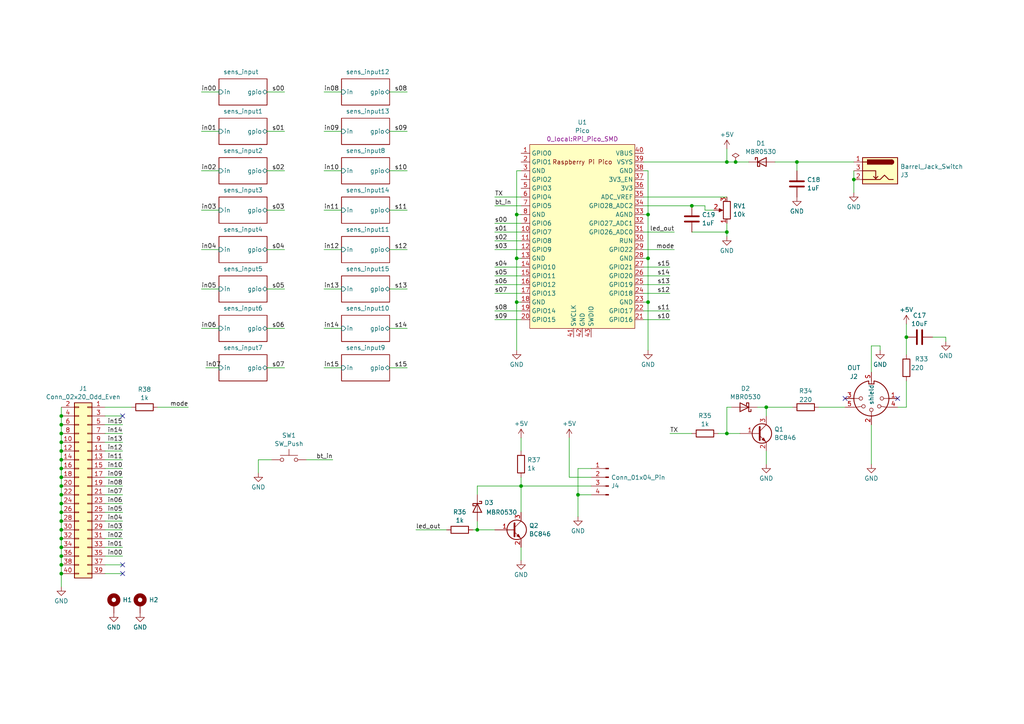
<source format=kicad_sch>
(kicad_sch (version 20230121) (generator eeschema)
  (paper "A4")
  (lib_symbols
    (symbol "0_local:DIN-5_180degree_Shield" (pin_names (offset 1.016))
      (property "Reference" "J" (at 3.175 5.715 0))
      (property "Value" "DIN-5" (at 0.254 -1.778 0))
      (symbol "DIN-5_180degree_Shield_0_1"
        (arc (start -5.08 0) (mid -3.8609 -3.3364) (end -0.762 -5.08) (stroke (width 0.254)))
        (circle (center -3.048 0) (radius 0.508))
        (circle (center -2.286 2.286) (radius 0.508))
        (polyline (pts (xy -5.08 0) (xy -3.556 0)))
        (polyline (pts (xy 0 -5.08) (xy 0 -4.318)))
        (polyline (pts (xy 0 5.08) (xy 0 3.81)))
        (polyline (pts (xy 5.08 0) (xy 3.556 0)))
        (polyline (pts (xy -5.08 2.54) (xy -4.318 2.54) (xy -2.794 2.286)))
        (polyline (pts (xy 5.08 2.54) (xy 4.318 2.54) (xy 2.794 2.286)))
        (polyline (pts (xy -0.762 -4.953) (xy -0.762 -4.191) (xy 0.762 -4.191) (xy 0.762 -4.953)) (stroke (width 0.254)))
        (circle (center 0 3.302) (radius 0.508))
        (arc (start 0.762 -5.08) (mid 3.8685 -3.343) (end 5.08 0) (stroke (width 0.254)))
        (circle (center 2.286 2.286) (radius 0.508))
        (circle (center 3.048 0) (radius 0.508))
        (arc (start 5.08 0) (mid 0 5.0579) (end -5.08 0) (stroke (width 0.254)))
      )
      (symbol "DIN-5_180degree_Shield_1_0"
        (pin passive line (at 0 -7.62 90) (length 2.54) (name "shield") (number "S"))
      )
      (symbol "DIN-5_180degree_Shield_1_1"
        (pin passive line (at -7.62 0 0) (length 2.54) (name "~") (number "1"))
        (pin passive line (at 0 7.62 270) (length 2.54) (name "~") (number "2"))
        (pin passive line (at 7.62 0 180) (length 2.54) (name "~") (number "3"))
        (pin passive line (at -7.62 2.54 0) (length 2.54) (name "~") (number "4"))
        (pin passive line (at 7.62 2.54 180) (length 2.54) (name "~") (number "5"))
      )
    )
    (symbol "0_local:Pico"
      (property "Reference" "U" (at -13.97 27.94 0))
      (property "Value" "Pico" (at 0 19.05 0))
      (property "Footprint" "0_local:RPi_Pico_SMD_TH" (at 0 0 90))
      (symbol "Pico_0_0"
        (text "Raspberry Pi Pico" (at 0 21.59 0) (effects (font (size 1.27 1.27))))
      )
      (symbol "Pico_0_1"
        (rectangle (start -15.24 26.67) (end 15.24 -26.67) (fill (type background)))
      )
      (symbol "Pico_1_1"
        (pin bidirectional line (at -17.78 24.13 0) (length 2.54) (name "GPIO0") (number "1"))
        (pin bidirectional line (at -17.78 1.27 0) (length 2.54) (name "GPIO7") (number "10"))
        (pin bidirectional line (at -17.78 -1.27 0) (length 2.54) (name "GPIO8") (number "11"))
        (pin bidirectional line (at -17.78 -3.81 0) (length 2.54) (name "GPIO9") (number "12"))
        (pin power_in line (at -17.78 -6.35 0) (length 2.54) (name "GND") (number "13"))
        (pin bidirectional line (at -17.78 -8.89 0) (length 2.54) (name "GPIO10") (number "14"))
        (pin bidirectional line (at -17.78 -11.43 0) (length 2.54) (name "GPIO11") (number "15"))
        (pin bidirectional line (at -17.78 -13.97 0) (length 2.54) (name "GPIO12") (number "16"))
        (pin bidirectional line (at -17.78 -16.51 0) (length 2.54) (name "GPIO13") (number "17"))
        (pin power_in line (at -17.78 -19.05 0) (length 2.54) (name "GND") (number "18"))
        (pin bidirectional line (at -17.78 -21.59 0) (length 2.54) (name "GPIO14") (number "19"))
        (pin bidirectional line (at -17.78 21.59 0) (length 2.54) (name "GPIO1") (number "2"))
        (pin bidirectional line (at -17.78 -24.13 0) (length 2.54) (name "GPIO15") (number "20"))
        (pin bidirectional line (at 17.78 -24.13 180) (length 2.54) (name "GPIO16") (number "21"))
        (pin bidirectional line (at 17.78 -21.59 180) (length 2.54) (name "GPIO17") (number "22"))
        (pin power_in line (at 17.78 -19.05 180) (length 2.54) (name "GND") (number "23"))
        (pin bidirectional line (at 17.78 -16.51 180) (length 2.54) (name "GPIO18") (number "24"))
        (pin bidirectional line (at 17.78 -13.97 180) (length 2.54) (name "GPIO19") (number "25"))
        (pin bidirectional line (at 17.78 -11.43 180) (length 2.54) (name "GPIO20") (number "26"))
        (pin bidirectional line (at 17.78 -8.89 180) (length 2.54) (name "GPIO21") (number "27"))
        (pin power_in line (at 17.78 -6.35 180) (length 2.54) (name "GND") (number "28"))
        (pin bidirectional line (at 17.78 -3.81 180) (length 2.54) (name "GPIO22") (number "29"))
        (pin power_in line (at -17.78 19.05 0) (length 2.54) (name "GND") (number "3"))
        (pin input line (at 17.78 -1.27 180) (length 2.54) (name "RUN") (number "30"))
        (pin bidirectional line (at 17.78 1.27 180) (length 2.54) (name "GPIO26_ADC0") (number "31"))
        (pin bidirectional line (at 17.78 3.81 180) (length 2.54) (name "GPIO27_ADC1") (number "32"))
        (pin power_in line (at 17.78 6.35 180) (length 2.54) (name "AGND") (number "33"))
        (pin bidirectional line (at 17.78 8.89 180) (length 2.54) (name "GPIO28_ADC2") (number "34"))
        (pin power_in line (at 17.78 11.43 180) (length 2.54) (name "ADC_VREF") (number "35"))
        (pin power_in line (at 17.78 13.97 180) (length 2.54) (name "3V3") (number "36"))
        (pin input line (at 17.78 16.51 180) (length 2.54) (name "3V3_EN") (number "37"))
        (pin bidirectional line (at 17.78 19.05 180) (length 2.54) (name "GND") (number "38"))
        (pin power_in line (at 17.78 21.59 180) (length 2.54) (name "VSYS") (number "39"))
        (pin bidirectional line (at -17.78 16.51 0) (length 2.54) (name "GPIO2") (number "4"))
        (pin power_in line (at 17.78 24.13 180) (length 2.54) (name "VBUS") (number "40"))
        (pin input line (at -2.54 -29.21 90) (length 2.54) (name "SWCLK") (number "41"))
        (pin power_in line (at 0 -29.21 90) (length 2.54) (name "GND") (number "42"))
        (pin bidirectional line (at 2.54 -29.21 90) (length 2.54) (name "SWDIO") (number "43"))
        (pin bidirectional line (at -17.78 13.97 0) (length 2.54) (name "GPIO3") (number "5"))
        (pin bidirectional line (at -17.78 11.43 0) (length 2.54) (name "GPIO4") (number "6"))
        (pin bidirectional line (at -17.78 8.89 0) (length 2.54) (name "GPIO5") (number "7"))
        (pin power_in line (at -17.78 6.35 0) (length 2.54) (name "GND") (number "8"))
        (pin bidirectional line (at -17.78 3.81 0) (length 2.54) (name "GPIO6") (number "9"))
      )
    )
    (symbol "Connector:Barrel_Jack_Switch" (pin_names hide)
      (property "Reference" "J" (at 0 5.334 0))
      (property "Value" "Barrel_Jack_Switch" (at 0 -5.08 0))
      (symbol "Barrel_Jack_Switch_0_1"
        (rectangle (start -5.08 3.81) (end 5.08 -3.81) (stroke (width 0.254)) (fill (type background)))
        (arc (start -3.302 3.175) (mid -3.9343 2.54) (end -3.302 1.905) (stroke (width 0.254)))
        (arc (start -3.302 3.175) (mid -3.9343 2.54) (end -3.302 1.905) (stroke (width 0.254)) (fill (type outline)))
        (polyline (pts (xy 1.27 -2.286) (xy 1.905 -1.651)) (stroke (width 0.254)))
        (polyline (pts (xy 5.08 2.54) (xy 3.81 2.54)) (stroke (width 0.254)))
        (polyline (pts (xy 5.08 0) (xy 1.27 0) (xy 1.27 -2.286) (xy 0.635 -1.651)) (stroke (width 0.254)))
        (polyline (pts (xy -3.81 -2.54) (xy -2.54 -2.54) (xy -1.27 -1.27) (xy 0 -2.54) (xy 2.54 -2.54) (xy 5.08 -2.54)) (stroke (width 0.254)))
        (rectangle (start 3.683 3.175) (end -3.302 1.905) (stroke (width 0.254)) (fill (type outline)))
      )
      (symbol "Barrel_Jack_Switch_1_1"
        (pin passive line (at 7.62 2.54 180) (length 2.54) (name "~") (number "1"))
        (pin passive line (at 7.62 -2.54 180) (length 2.54) (name "~") (number "2"))
        (pin passive line (at 7.62 0 180) (length 2.54) (name "~") (number "3"))
      )
    )
    (symbol "Connector:Conn_01x04_Pin" (pin_names (offset 1.016) hide)
      (property "Reference" "J" (at 0 5.08 0))
      (property "Value" "Conn_01x04_Pin" (at 0 -7.62 0))
      (symbol "Conn_01x04_Pin_1_1"
        (polyline (pts (xy 1.27 -5.08) (xy 0.8636 -5.08)) (stroke (width 0.1524)))
        (polyline (pts (xy 1.27 -2.54) (xy 0.8636 -2.54)) (stroke (width 0.1524)))
        (polyline (pts (xy 1.27 0) (xy 0.8636 0)) (stroke (width 0.1524)))
        (polyline (pts (xy 1.27 2.54) (xy 0.8636 2.54)) (stroke (width 0.1524)))
        (rectangle (start 0.8636 -4.953) (end 0 -5.207) (stroke (width 0.1524)) (fill (type outline)))
        (rectangle (start 0.8636 -2.413) (end 0 -2.667) (stroke (width 0.1524)) (fill (type outline)))
        (rectangle (start 0.8636 0.127) (end 0 -0.127) (stroke (width 0.1524)) (fill (type outline)))
        (rectangle (start 0.8636 2.667) (end 0 2.413) (stroke (width 0.1524)) (fill (type outline)))
        (pin passive line (at 5.08 2.54 180) (length 3.81) (name "Pin_1") (number "1"))
        (pin passive line (at 5.08 0 180) (length 3.81) (name "Pin_2") (number "2"))
        (pin passive line (at 5.08 -2.54 180) (length 3.81) (name "Pin_3") (number "3"))
        (pin passive line (at 5.08 -5.08 180) (length 3.81) (name "Pin_4") (number "4"))
      )
    )
    (symbol "Connector_Generic:Conn_02x20_Odd_Even" (pin_names (offset 1.016) hide)
      (property "Reference" "J" (at 1.27 25.4 0))
      (property "Value" "Conn_02x20_Odd_Even" (at 1.27 -27.94 0))
      (symbol "Conn_02x20_Odd_Even_1_1"
        (rectangle (start -1.27 -25.273) (end 0 -25.527) (stroke (width 0.1524)))
        (rectangle (start -1.27 -22.733) (end 0 -22.987) (stroke (width 0.1524)))
        (rectangle (start -1.27 -20.193) (end 0 -20.447) (stroke (width 0.1524)))
        (rectangle (start -1.27 -17.653) (end 0 -17.907) (stroke (width 0.1524)))
        (rectangle (start -1.27 -15.113) (end 0 -15.367) (stroke (width 0.1524)))
        (rectangle (start -1.27 -12.573) (end 0 -12.827) (stroke (width 0.1524)))
        (rectangle (start -1.27 -10.033) (end 0 -10.287) (stroke (width 0.1524)))
        (rectangle (start -1.27 -7.493) (end 0 -7.747) (stroke (width 0.1524)))
        (rectangle (start -1.27 -4.953) (end 0 -5.207) (stroke (width 0.1524)))
        (rectangle (start -1.27 -2.413) (end 0 -2.667) (stroke (width 0.1524)))
        (rectangle (start -1.27 0.127) (end 0 -0.127) (stroke (width 0.1524)))
        (rectangle (start -1.27 2.667) (end 0 2.413) (stroke (width 0.1524)))
        (rectangle (start -1.27 5.207) (end 0 4.953) (stroke (width 0.1524)))
        (rectangle (start -1.27 7.747) (end 0 7.493) (stroke (width 0.1524)))
        (rectangle (start -1.27 10.287) (end 0 10.033) (stroke (width 0.1524)))
        (rectangle (start -1.27 12.827) (end 0 12.573) (stroke (width 0.1524)))
        (rectangle (start -1.27 15.367) (end 0 15.113) (stroke (width 0.1524)))
        (rectangle (start -1.27 17.907) (end 0 17.653) (stroke (width 0.1524)))
        (rectangle (start -1.27 20.447) (end 0 20.193) (stroke (width 0.1524)))
        (rectangle (start -1.27 22.987) (end 0 22.733) (stroke (width 0.1524)))
        (rectangle (start -1.27 24.13) (end 3.81 -26.67) (stroke (width 0.254)) (fill (type background)))
        (rectangle (start 3.81 -25.273) (end 2.54 -25.527) (stroke (width 0.1524)))
        (rectangle (start 3.81 -22.733) (end 2.54 -22.987) (stroke (width 0.1524)))
        (rectangle (start 3.81 -20.193) (end 2.54 -20.447) (stroke (width 0.1524)))
        (rectangle (start 3.81 -17.653) (end 2.54 -17.907) (stroke (width 0.1524)))
        (rectangle (start 3.81 -15.113) (end 2.54 -15.367) (stroke (width 0.1524)))
        (rectangle (start 3.81 -12.573) (end 2.54 -12.827) (stroke (width 0.1524)))
        (rectangle (start 3.81 -10.033) (end 2.54 -10.287) (stroke (width 0.1524)))
        (rectangle (start 3.81 -7.493) (end 2.54 -7.747) (stroke (width 0.1524)))
        (rectangle (start 3.81 -4.953) (end 2.54 -5.207) (stroke (width 0.1524)))
        (rectangle (start 3.81 -2.413) (end 2.54 -2.667) (stroke (width 0.1524)))
        (rectangle (start 3.81 0.127) (end 2.54 -0.127) (stroke (width 0.1524)))
        (rectangle (start 3.81 2.667) (end 2.54 2.413) (stroke (width 0.1524)))
        (rectangle (start 3.81 5.207) (end 2.54 4.953) (stroke (width 0.1524)))
        (rectangle (start 3.81 7.747) (end 2.54 7.493) (stroke (width 0.1524)))
        (rectangle (start 3.81 10.287) (end 2.54 10.033) (stroke (width 0.1524)))
        (rectangle (start 3.81 12.827) (end 2.54 12.573) (stroke (width 0.1524)))
        (rectangle (start 3.81 15.367) (end 2.54 15.113) (stroke (width 0.1524)))
        (rectangle (start 3.81 17.907) (end 2.54 17.653) (stroke (width 0.1524)))
        (rectangle (start 3.81 20.447) (end 2.54 20.193) (stroke (width 0.1524)))
        (rectangle (start 3.81 22.987) (end 2.54 22.733) (stroke (width 0.1524)))
        (pin passive line (at -5.08 22.86 0) (length 3.81) (name "Pin_1") (number "1"))
        (pin passive line (at 7.62 12.7 180) (length 3.81) (name "Pin_10") (number "10"))
        (pin passive line (at -5.08 10.16 0) (length 3.81) (name "Pin_11") (number "11"))
        (pin passive line (at 7.62 10.16 180) (length 3.81) (name "Pin_12") (number "12"))
        (pin passive line (at -5.08 7.62 0) (length 3.81) (name "Pin_13") (number "13"))
        (pin passive line (at 7.62 7.62 180) (length 3.81) (name "Pin_14") (number "14"))
        (pin passive line (at -5.08 5.08 0) (length 3.81) (name "Pin_15") (number "15"))
        (pin passive line (at 7.62 5.08 180) (length 3.81) (name "Pin_16") (number "16"))
        (pin passive line (at -5.08 2.54 0) (length 3.81) (name "Pin_17") (number "17"))
        (pin passive line (at 7.62 2.54 180) (length 3.81) (name "Pin_18") (number "18"))
        (pin passive line (at -5.08 0 0) (length 3.81) (name "Pin_19") (number "19"))
        (pin passive line (at 7.62 22.86 180) (length 3.81) (name "Pin_2") (number "2"))
        (pin passive line (at 7.62 0 180) (length 3.81) (name "Pin_20") (number "20"))
        (pin passive line (at -5.08 -2.54 0) (length 3.81) (name "Pin_21") (number "21"))
        (pin passive line (at 7.62 -2.54 180) (length 3.81) (name "Pin_22") (number "22"))
        (pin passive line (at -5.08 -5.08 0) (length 3.81) (name "Pin_23") (number "23"))
        (pin passive line (at 7.62 -5.08 180) (length 3.81) (name "Pin_24") (number "24"))
        (pin passive line (at -5.08 -7.62 0) (length 3.81) (name "Pin_25") (number "25"))
        (pin passive line (at 7.62 -7.62 180) (length 3.81) (name "Pin_26") (number "26"))
        (pin passive line (at -5.08 -10.16 0) (length 3.81) (name "Pin_27") (number "27"))
        (pin passive line (at 7.62 -10.16 180) (length 3.81) (name "Pin_28") (number "28"))
        (pin passive line (at -5.08 -12.7 0) (length 3.81) (name "Pin_29") (number "29"))
        (pin passive line (at -5.08 20.32 0) (length 3.81) (name "Pin_3") (number "3"))
        (pin passive line (at 7.62 -12.7 180) (length 3.81) (name "Pin_30") (number "30"))
        (pin passive line (at -5.08 -15.24 0) (length 3.81) (name "Pin_31") (number "31"))
        (pin passive line (at 7.62 -15.24 180) (length 3.81) (name "Pin_32") (number "32"))
        (pin passive line (at -5.08 -17.78 0) (length 3.81) (name "Pin_33") (number "33"))
        (pin passive line (at 7.62 -17.78 180) (length 3.81) (name "Pin_34") (number "34"))
        (pin passive line (at -5.08 -20.32 0) (length 3.81) (name "Pin_35") (number "35"))
        (pin passive line (at 7.62 -20.32 180) (length 3.81) (name "Pin_36") (number "36"))
        (pin passive line (at -5.08 -22.86 0) (length 3.81) (name "Pin_37") (number "37"))
        (pin passive line (at 7.62 -22.86 180) (length 3.81) (name "Pin_38") (number "38"))
        (pin passive line (at -5.08 -25.4 0) (length 3.81) (name "Pin_39") (number "39"))
        (pin passive line (at 7.62 20.32 180) (length 3.81) (name "Pin_4") (number "4"))
        (pin passive line (at 7.62 -25.4 180) (length 3.81) (name "Pin_40") (number "40"))
        (pin passive line (at -5.08 17.78 0) (length 3.81) (name "Pin_5") (number "5"))
        (pin passive line (at 7.62 17.78 180) (length 3.81) (name "Pin_6") (number "6"))
        (pin passive line (at -5.08 15.24 0) (length 3.81) (name "Pin_7") (number "7"))
        (pin passive line (at 7.62 15.24 180) (length 3.81) (name "Pin_8") (number "8"))
        (pin passive line (at -5.08 12.7 0) (length 3.81) (name "Pin_9") (number "9"))
      )
    )
    (symbol "Device:C" (pin_numbers hide) (pin_names (offset 0.254))
      (property "Reference" "C" (at 0.635 2.54 0))
      (property "Value" "C" (at 0.635 -2.54 0))
      (symbol "C_0_1"
        (polyline (pts (xy -2.032 -0.762) (xy 2.032 -0.762)) (stroke (width 0.508)))
        (polyline (pts (xy -2.032 0.762) (xy 2.032 0.762)) (stroke (width 0.508)))
      )
      (symbol "C_1_1"
        (pin passive line (at 0 3.81 270) (length 2.794) (name "~") (number "1"))
        (pin passive line (at 0 -3.81 90) (length 2.794) (name "~") (number "2"))
      )
    )
    (symbol "Device:R" (pin_numbers hide) (pin_names (offset 0))
      (property "Reference" "R" (at 2.032 0 90))
      (property "Value" "R" (at 0 0 90))
      (symbol "R_0_1"
        (rectangle (start -1.016 -2.54) (end 1.016 2.54) (stroke (width 0.254)))
      )
      (symbol "R_1_1"
        (pin passive line (at 0 3.81 270) (length 1.27) (name "~") (number "1"))
        (pin passive line (at 0 -3.81 90) (length 1.27) (name "~") (number "2"))
      )
    )
    (symbol "Device:R_Potentiometer" (pin_names (offset 1.016) hide)
      (property "Reference" "RV" (at -4.445 0 90))
      (property "Value" "R_Potentiometer" (at -2.54 0 90))
      (symbol "R_Potentiometer_0_1"
        (polyline (pts (xy 2.54 0) (xy 1.524 0)))
        (polyline (pts (xy 1.143 0) (xy 2.286 0.508) (xy 2.286 -0.508) (xy 1.143 0)) (fill (type outline)))
        (rectangle (start 1.016 2.54) (end -1.016 -2.54) (stroke (width 0.254)))
      )
      (symbol "R_Potentiometer_1_1"
        (pin passive line (at 0 3.81 270) (length 1.27) (name "1") (number "1"))
        (pin passive line (at 3.81 0 180) (length 1.27) (name "2") (number "2"))
        (pin passive line (at 0 -3.81 90) (length 1.27) (name "3") (number "3"))
      )
    )
    (symbol "Diode:MBR0530" (pin_numbers hide) (pin_names (offset 1.016) hide)
      (property "Reference" "D" (at 0 2.54 0))
      (property "Value" "MBR0530" (at 0 -2.54 0))
      (symbol "MBR0530_0_1"
        (polyline (pts (xy 1.27 0) (xy -1.27 0)))
        (polyline (pts (xy 1.27 1.27) (xy 1.27 -1.27) (xy -1.27 0) (xy 1.27 1.27)) (stroke (width 0.254)))
        (polyline (pts (xy -1.905 0.635) (xy -1.905 1.27) (xy -1.27 1.27) (xy -1.27 -1.27) (xy -0.635 -1.27) (xy -0.635 -0.635)) (stroke (width 0.254)))
      )
      (symbol "MBR0530_1_1"
        (pin passive line (at -3.81 0 0) (length 2.54) (name "K") (number "1"))
        (pin passive line (at 3.81 0 180) (length 2.54) (name "A") (number "2"))
      )
    )
    (symbol "Mechanical:MountingHole_Pad" (pin_numbers hide) (pin_names (offset 1.016) hide)
      (property "Reference" "H" (at 0 6.35 0))
      (property "Value" "MountingHole_Pad" (at 0 4.445 0))
      (symbol "MountingHole_Pad_0_1"
        (circle (center 0 1.27) (radius 1.27) (stroke (width 1.27)))
      )
      (symbol "MountingHole_Pad_1_1"
        (pin input line (at 0 -2.54 90) (length 2.54) (name "1") (number "1"))
      )
    )
    (symbol "Switch:SW_Push" (pin_numbers hide) (pin_names (offset 1.016) hide)
      (property "Reference" "SW" (at 1.27 2.54 0))
      (property "Value" "SW_Push" (at 0 -1.524 0))
      (symbol "SW_Push_0_1"
        (circle (center -2.032 0) (radius 0.508))
        (polyline (pts (xy 0 1.27) (xy 0 3.048)))
        (polyline (pts (xy 2.54 1.27) (xy -2.54 1.27)))
        (circle (center 2.032 0) (radius 0.508))
        (pin passive line (at -5.08 0 0) (length 2.54) (name "1") (number "1"))
        (pin passive line (at 5.08 0 180) (length 2.54) (name "2") (number "2"))
      )
    )
    (symbol "Transistor_BJT:BC846" (pin_names (offset 0) hide)
      (property "Reference" "Q" (at 5.08 1.905 0))
      (property "Value" "BC846" (at 5.08 0 0))
      (symbol "BC846_0_1"
        (polyline (pts (xy 0.635 0.635) (xy 2.54 2.54)))
        (polyline (pts (xy 0.635 -0.635) (xy 2.54 -2.54) (xy 2.54 -2.54)))
        (polyline (pts (xy 0.635 1.905) (xy 0.635 -1.905) (xy 0.635 -1.905)) (stroke (width 0.508)))
        (polyline (pts (xy 1.27 -1.778) (xy 1.778 -1.27) (xy 2.286 -2.286) (xy 1.27 -1.778) (xy 1.27 -1.778)) (fill (type outline)))
        (circle (center 1.27 0) (radius 2.8194) (stroke (width 0.254)))
      )
      (symbol "BC846_1_1"
        (pin input line (at -5.08 0 0) (length 5.715) (name "B") (number "1"))
        (pin passive line (at 2.54 -5.08 90) (length 2.54) (name "E") (number "2"))
        (pin passive line (at 2.54 5.08 270) (length 2.54) (name "C") (number "3"))
      )
    )
    (symbol "power:+5V" (power) (pin_names (offset 0))
      (property "Value" "+5V" (at 0 3.556 0))
      (symbol "+5V_0_1"
        (polyline (pts (xy -0.762 1.27) (xy 0 2.54)))
        (polyline (pts (xy 0 0) (xy 0 2.54)))
        (polyline (pts (xy 0 2.54) (xy 0.762 1.27)))
      )
      (symbol "+5V_1_1"
        (pin power_in line (at 0 0 90) (length 0) hide (name "+5V") (number "1"))
      )
    )
    (symbol "power:GND" (power) (pin_names (offset 0))
      (property "Value" "GND" (at 0 -3.81 0))
      (symbol "GND_0_1"
        (polyline (pts (xy 0 0) (xy 0 -1.27) (xy 1.27 -1.27) (xy 0 -2.54) (xy -1.27 -1.27) (xy 0 -1.27)))
      )
      (symbol "GND_1_1"
        (pin power_in line (at 0 0 270) (length 0) hide (name "GND") (number "1"))
      )
    )
    (symbol "power:PWR_FLAG" (power) (pin_numbers hide) (pin_names (offset 0) hide)
      (property "Value" "PWR_FLAG" (at 0 3.81 0))
      (symbol "PWR_FLAG_0_0"
        (pin power_out line (at 0 0 90) (length 0) (name "pwr") (number "1"))
      )
      (symbol "PWR_FLAG_0_1"
        (polyline (pts (xy 0 0) (xy 0 1.27) (xy -1.016 1.905) (xy 0 2.54) (xy 1.016 1.905) (xy 0 1.27)))
      )
    )
  )
  (junction (at 17.78 151.13))
  (junction (at 17.78 130.81))
  (junction (at 247.65 52.07))
  (junction (at 17.78 153.67))
  (junction (at 17.78 146.05))
  (junction (at 187.96 74.93))
  (junction (at 187.96 87.63))
  (junction (at 210.82 67.31))
  (junction (at 231.14 46.99))
  (junction (at 17.78 120.65))
  (junction (at 17.78 140.97))
  (junction (at 167.64 143.51))
  (junction (at 17.78 143.51))
  (junction (at 17.78 166.37))
  (junction (at 151.13 140.97))
  (junction (at 17.78 135.89))
  (junction (at 17.78 123.19))
  (junction (at 149.86 62.23))
  (junction (at 213.36 46.99))
  (junction (at 17.78 128.27))
  (junction (at 149.86 74.93))
  (junction (at 17.78 125.73))
  (junction (at 138.43 153.67))
  (junction (at 17.78 148.59))
  (junction (at 210.82 125.73))
  (junction (at 17.78 156.21))
  (junction (at 17.78 158.75))
  (junction (at 149.86 87.63))
  (junction (at 17.78 163.83))
  (junction (at 187.96 62.23))
  (junction (at 200.66 59.69))
  (junction (at 17.78 161.29))
  (junction (at 262.89 97.79))
  (junction (at 17.78 138.43))
  (junction (at 17.78 133.35))
  (junction (at 210.82 46.99))
  (junction (at 222.25 118.11))
  (no_connect (at 35.56 163.83))
  (no_connect (at 35.56 120.65))
  (no_connect (at 35.56 166.37))
  (no_connect (at 245.11 115.57))
  (no_connect (at 260.35 115.57))
  (wire (pts (xy 194.31 80.01) (xy 186.69 80.01)))
  (wire (pts (xy 194.31 125.73) (xy 200.66 125.73)))
  (wire (pts (xy 252.73 100.33) (xy 252.73 107.95)))
  (wire (pts (xy 151.13 158.75) (xy 151.13 162.56)))
  (wire (pts (xy 187.96 87.63) (xy 187.96 101.6)))
  (wire (pts (xy 17.78 156.21) (xy 17.78 158.75)))
  (wire (pts (xy 17.78 118.11) (xy 17.78 120.65)))
  (wire (pts (xy 143.51 92.71) (xy 151.13 92.71)))
  (wire (pts (xy 224.79 46.99) (xy 231.14 46.99)))
  (wire (pts (xy 120.65 153.67) (xy 129.54 153.67)))
  (wire (pts (xy 149.86 74.93) (xy 151.13 74.93)))
  (wire (pts (xy 210.82 43.18) (xy 210.82 46.99)))
  (wire (pts (xy 113.03 106.68) (xy 118.11 106.68)))
  (wire (pts (xy 212.09 118.11) (xy 210.82 118.11)))
  (wire (pts (xy 17.78 163.83) (xy 17.78 166.37)))
  (wire (pts (xy 186.69 67.31) (xy 195.58 67.31)))
  (wire (pts (xy 262.89 110.49) (xy 262.89 118.11)))
  (wire (pts (xy 138.43 153.67) (xy 143.51 153.67)))
  (wire (pts (xy 247.65 52.07) (xy 247.65 55.88)))
  (wire (pts (xy 17.78 151.13) (xy 17.78 153.67)))
  (wire (pts (xy 113.03 72.39) (xy 118.11 72.39)))
  (wire (pts (xy 151.13 49.53) (xy 149.86 49.53)))
  (wire (pts (xy 17.78 130.81) (xy 17.78 133.35)))
  (wire (pts (xy 17.78 138.43) (xy 17.78 140.97)))
  (wire (pts (xy 187.96 49.53) (xy 187.96 62.23)))
  (wire (pts (xy 30.48 135.89) (xy 35.56 135.89)))
  (wire (pts (xy 143.51 82.55) (xy 151.13 82.55)))
  (wire (pts (xy 204.47 59.69) (xy 200.66 59.69)))
  (wire (pts (xy 213.36 46.99) (xy 217.17 46.99)))
  (wire (pts (xy 143.51 59.69) (xy 151.13 59.69)))
  (wire (pts (xy 113.03 49.53) (xy 118.11 49.53)))
  (wire (pts (xy 194.31 92.71) (xy 186.69 92.71)))
  (wire (pts (xy 194.31 82.55) (xy 186.69 82.55)))
  (wire (pts (xy 45.72 118.11) (xy 54.61 118.11)))
  (wire (pts (xy 200.66 67.31) (xy 210.82 67.31)))
  (wire (pts (xy 186.69 49.53) (xy 187.96 49.53)))
  (wire (pts (xy 255.27 100.33) (xy 255.27 101.6)))
  (wire (pts (xy 88.9 133.35) (xy 96.52 133.35)))
  (wire (pts (xy 204.47 60.96) (xy 204.47 59.69)))
  (wire (pts (xy 30.48 118.11) (xy 38.1 118.11)))
  (wire (pts (xy 77.47 26.67) (xy 82.55 26.67)))
  (wire (pts (xy 30.48 156.21) (xy 35.56 156.21)))
  (wire (pts (xy 186.69 62.23) (xy 187.96 62.23)))
  (wire (pts (xy 260.35 118.11) (xy 262.89 118.11)))
  (wire (pts (xy 143.51 69.85) (xy 151.13 69.85)))
  (wire (pts (xy 78.74 133.35) (xy 74.93 133.35)))
  (wire (pts (xy 137.16 153.67) (xy 138.43 153.67)))
  (wire (pts (xy 30.48 158.75) (xy 35.56 158.75)))
  (wire (pts (xy 149.86 74.93) (xy 149.86 87.63)))
  (wire (pts (xy 17.78 166.37) (xy 17.78 170.18)))
  (wire (pts (xy 17.78 153.67) (xy 17.78 156.21)))
  (wire (pts (xy 77.47 38.1) (xy 82.55 38.1)))
  (wire (pts (xy 143.51 67.31) (xy 151.13 67.31)))
  (wire (pts (xy 17.78 158.75) (xy 17.78 161.29)))
  (wire (pts (xy 30.48 125.73) (xy 35.56 125.73)))
  (wire (pts (xy 30.48 163.83) (xy 35.56 163.83)))
  (wire (pts (xy 187.96 74.93) (xy 187.96 87.63)))
  (wire (pts (xy 17.78 125.73) (xy 17.78 128.27)))
  (wire (pts (xy 222.25 118.11) (xy 222.25 120.65)))
  (wire (pts (xy 17.78 148.59) (xy 17.78 151.13)))
  (wire (pts (xy 17.78 161.29) (xy 17.78 163.83)))
  (wire (pts (xy 17.78 146.05) (xy 17.78 148.59)))
  (wire (pts (xy 77.47 83.82) (xy 82.55 83.82)))
  (wire (pts (xy 186.69 74.93) (xy 187.96 74.93)))
  (wire (pts (xy 113.03 38.1) (xy 118.11 38.1)))
  (wire (pts (xy 149.86 87.63) (xy 151.13 87.63)))
  (wire (pts (xy 138.43 143.51) (xy 138.43 140.97)))
  (wire (pts (xy 99.06 106.68) (xy 93.98 106.68)))
  (wire (pts (xy 138.43 151.13) (xy 138.43 153.67)))
  (wire (pts (xy 186.69 46.99) (xy 210.82 46.99)))
  (wire (pts (xy 30.48 161.29) (xy 35.56 161.29)))
  (wire (pts (xy 247.65 49.53) (xy 247.65 52.07)))
  (wire (pts (xy 17.78 123.19) (xy 17.78 125.73)))
  (wire (pts (xy 113.03 95.25) (xy 118.11 95.25)))
  (wire (pts (xy 165.1 138.43) (xy 165.1 127)))
  (wire (pts (xy 210.82 125.73) (xy 214.63 125.73)))
  (wire (pts (xy 30.48 130.81) (xy 35.56 130.81)))
  (wire (pts (xy 149.86 62.23) (xy 149.86 74.93)))
  (wire (pts (xy 63.5 26.67) (xy 58.42 26.67)))
  (wire (pts (xy 231.14 46.99) (xy 231.14 49.53)))
  (wire (pts (xy 229.87 118.11) (xy 222.25 118.11)))
  (wire (pts (xy 77.47 106.68) (xy 82.55 106.68)))
  (wire (pts (xy 30.48 143.51) (xy 35.56 143.51)))
  (wire (pts (xy 17.78 135.89) (xy 17.78 138.43)))
  (wire (pts (xy 77.47 60.96) (xy 82.55 60.96)))
  (wire (pts (xy 222.25 130.81) (xy 222.25 134.62)))
  (wire (pts (xy 252.73 100.33) (xy 255.27 100.33)))
  (wire (pts (xy 210.82 67.31) (xy 210.82 68.58)))
  (wire (pts (xy 237.49 118.11) (xy 245.11 118.11)))
  (wire (pts (xy 30.48 151.13) (xy 35.56 151.13)))
  (wire (pts (xy 143.51 80.01) (xy 151.13 80.01)))
  (wire (pts (xy 99.06 26.67) (xy 93.98 26.67)))
  (wire (pts (xy 219.71 118.11) (xy 222.25 118.11)))
  (wire (pts (xy 210.82 118.11) (xy 210.82 125.73)))
  (wire (pts (xy 63.5 72.39) (xy 58.42 72.39)))
  (wire (pts (xy 74.93 133.35) (xy 74.93 137.16)))
  (wire (pts (xy 77.47 49.53) (xy 82.55 49.53)))
  (wire (pts (xy 252.73 123.19) (xy 252.73 134.62)))
  (wire (pts (xy 17.78 140.97) (xy 17.78 143.51)))
  (wire (pts (xy 186.69 72.39) (xy 195.58 72.39)))
  (wire (pts (xy 274.32 97.79) (xy 274.32 99.06)))
  (wire (pts (xy 149.86 87.63) (xy 149.86 101.6)))
  (wire (pts (xy 99.06 95.25) (xy 93.98 95.25)))
  (wire (pts (xy 194.31 77.47) (xy 186.69 77.47)))
  (wire (pts (xy 207.01 60.96) (xy 204.47 60.96)))
  (wire (pts (xy 30.48 146.05) (xy 35.56 146.05)))
  (wire (pts (xy 99.06 83.82) (xy 93.98 83.82)))
  (wire (pts (xy 99.06 60.96) (xy 93.98 60.96)))
  (wire (pts (xy 30.48 166.37) (xy 35.56 166.37)))
  (wire (pts (xy 171.45 138.43) (xy 165.1 138.43)))
  (wire (pts (xy 30.48 128.27) (xy 35.56 128.27)))
  (wire (pts (xy 77.47 72.39) (xy 82.55 72.39)))
  (wire (pts (xy 262.89 97.79) (xy 262.89 102.87)))
  (wire (pts (xy 30.48 148.59) (xy 35.56 148.59)))
  (wire (pts (xy 149.86 49.53) (xy 149.86 62.23)))
  (wire (pts (xy 99.06 38.1) (xy 93.98 38.1)))
  (wire (pts (xy 77.47 95.25) (xy 82.55 95.25)))
  (wire (pts (xy 113.03 26.67) (xy 118.11 26.67)))
  (wire (pts (xy 30.48 140.97) (xy 35.56 140.97)))
  (wire (pts (xy 149.86 62.23) (xy 151.13 62.23)))
  (wire (pts (xy 151.13 127) (xy 151.13 130.81)))
  (wire (pts (xy 99.06 49.53) (xy 93.98 49.53)))
  (wire (pts (xy 167.64 143.51) (xy 171.45 143.51)))
  (wire (pts (xy 63.5 95.25) (xy 58.42 95.25)))
  (wire (pts (xy 171.45 135.89) (xy 167.64 135.89)))
  (wire (pts (xy 30.48 153.67) (xy 35.56 153.67)))
  (wire (pts (xy 186.69 57.15) (xy 210.82 57.15)))
  (wire (pts (xy 30.48 120.65) (xy 35.56 120.65)))
  (wire (pts (xy 59.69 106.68) (xy 63.5 106.68)))
  (wire (pts (xy 143.51 85.09) (xy 151.13 85.09)))
  (wire (pts (xy 210.82 67.31) (xy 210.82 64.77)))
  (wire (pts (xy 143.51 57.15) (xy 151.13 57.15)))
  (wire (pts (xy 151.13 140.97) (xy 171.45 140.97)))
  (wire (pts (xy 186.69 87.63) (xy 187.96 87.63)))
  (wire (pts (xy 113.03 83.82) (xy 118.11 83.82)))
  (wire (pts (xy 30.48 138.43) (xy 35.56 138.43)))
  (wire (pts (xy 63.5 49.53) (xy 58.42 49.53)))
  (wire (pts (xy 17.78 120.65) (xy 17.78 123.19)))
  (wire (pts (xy 113.03 60.96) (xy 118.11 60.96)))
  (wire (pts (xy 270.51 97.79) (xy 274.32 97.79)))
  (wire (pts (xy 17.78 128.27) (xy 17.78 130.81)))
  (wire (pts (xy 194.31 85.09) (xy 186.69 85.09)))
  (wire (pts (xy 210.82 46.99) (xy 213.36 46.99)))
  (wire (pts (xy 187.96 62.23) (xy 187.96 74.93)))
  (wire (pts (xy 30.48 133.35) (xy 35.56 133.35)))
  (wire (pts (xy 63.5 38.1) (xy 58.42 38.1)))
  (wire (pts (xy 167.64 135.89) (xy 167.64 143.51)))
  (wire (pts (xy 17.78 133.35) (xy 17.78 135.89)))
  (wire (pts (xy 143.51 72.39) (xy 151.13 72.39)))
  (wire (pts (xy 138.43 140.97) (xy 151.13 140.97)))
  (wire (pts (xy 63.5 60.96) (xy 58.42 60.96)))
  (wire (pts (xy 143.51 77.47) (xy 151.13 77.47)))
  (wire (pts (xy 151.13 140.97) (xy 151.13 148.59)))
  (wire (pts (xy 262.89 93.98) (xy 262.89 97.79)))
  (wire (pts (xy 194.31 90.17) (xy 186.69 90.17)))
  (wire (pts (xy 151.13 138.43) (xy 151.13 140.97)))
  (wire (pts (xy 99.06 72.39) (xy 93.98 72.39)))
  (wire (pts (xy 143.51 90.17) (xy 151.13 90.17)))
  (wire (pts (xy 231.14 46.99) (xy 247.65 46.99)))
  (wire (pts (xy 200.66 59.69) (xy 186.69 59.69)))
  (wire (pts (xy 30.48 123.19) (xy 35.56 123.19)))
  (wire (pts (xy 143.51 64.77) (xy 151.13 64.77)))
  (wire (pts (xy 17.78 143.51) (xy 17.78 146.05)))
  (wire (pts (xy 167.64 143.51) (xy 167.64 149.86)))
  (wire (pts (xy 63.5 83.82) (xy 58.42 83.82)))
  (wire (pts (xy 208.28 125.73) (xy 210.82 125.73)))
  (label "s05" (at 143.51 80.01 0))
  (label "mode" (at 195.58 72.39 180))
  (label "in08" (at 35.56 140.97 180))
  (label "s03" (at 143.51 72.39 0))
  (label "in03" (at 35.56 153.67 180))
  (label "s12" (at 118.11 72.39 180))
  (label "led_out" (at 120.65 153.67 0))
  (label "s01" (at 82.55 38.1 180))
  (label "in05" (at 58.42 83.82 0))
  (label "s15" (at 194.31 77.47 180))
  (label "in04" (at 58.42 72.39 0))
  (label "in03" (at 58.42 60.96 0))
  (label "s07" (at 143.51 85.09 0))
  (label "in04" (at 35.56 151.13 180))
  (label "s14" (at 118.11 95.25 180))
  (label "in07" (at 59.69 106.68 0))
  (label "s08" (at 143.51 90.17 0))
  (label "s14" (at 194.31 80.01 180))
  (label "in06" (at 58.42 95.25 0))
  (label "led_out" (at 195.58 67.31 180))
  (label "in00" (at 35.56 161.29 180))
  (label "s06" (at 82.55 95.25 180))
  (label "s06" (at 143.51 82.55 0))
  (label "in15" (at 35.56 123.19 180))
  (label "mode" (at 54.61 118.11 180))
  (label "s09" (at 143.51 92.71 0))
  (label "in11" (at 93.98 60.96 0))
  (label "in07" (at 35.56 143.51 180))
  (label "in15" (at 93.98 106.68 0))
  (label "in02" (at 35.56 156.21 180))
  (label "in14" (at 93.98 95.25 0))
  (label "in01" (at 35.56 158.75 180))
  (label "s02" (at 143.51 69.85 0))
  (label "bt_in" (at 143.51 59.69 0))
  (label "in13" (at 35.56 128.27 180))
  (label "in05" (at 35.56 148.59 180))
  (label "in08" (at 93.98 26.67 0))
  (label "in11" (at 35.56 133.35 180))
  (label "TX" (at 143.51 57.15 0))
  (label "s03" (at 82.55 60.96 180))
  (label "s01" (at 143.51 67.31 0))
  (label "s11" (at 194.31 90.17 180))
  (label "in00" (at 58.42 26.67 0))
  (label "s13" (at 194.31 82.55 180))
  (label "s09" (at 118.11 38.1 180))
  (label "s02" (at 82.55 49.53 180))
  (label "s13" (at 118.11 83.82 180))
  (label "s15" (at 118.11 106.68 180))
  (label "bt_in" (at 96.52 133.35 180))
  (label "s08" (at 118.11 26.67 180))
  (label "s07" (at 82.55 106.68 180))
  (label "s05" (at 82.55 83.82 180))
  (label "in14" (at 35.56 125.73 180))
  (label "s00" (at 143.51 64.77 0))
  (label "in13" (at 93.98 83.82 0))
  (label "s10" (at 118.11 49.53 180))
  (label "s04" (at 82.55 72.39 180))
  (label "in12" (at 93.98 72.39 0))
  (label "TX" (at 194.31 125.73 0))
  (label "s00" (at 82.55 26.67 180))
  (label "in10" (at 93.98 49.53 0))
  (label "in06" (at 35.56 146.05 180))
  (label "in12" (at 35.56 130.81 180))
  (label "s04" (at 143.51 77.47 0))
  (label "in09" (at 93.98 38.1 0))
  (label "in09" (at 35.56 138.43 180))
  (label "s11" (at 118.11 60.96 180))
  (label "s10" (at 194.31 92.71 180))
  (label "in10" (at 35.56 135.89 180))
  (label "s12" (at 194.31 85.09 180))
  (label "in01" (at 58.42 38.1 0))
  (label "in02" (at 58.42 49.53 0))
  (symbol (lib_id "power:GND") (at 210.82 68.58 0) (unit 1)
    (property "Reference" "#PWR036" (effects hide))
    (property "Value" "GND" (at 210.82 72.7131 0))
  )
  (symbol (lib_id "power:GND") (at 17.78 170.18 0) (unit 1)
    (property "Reference" "#PWR01" (effects hide))
    (property "Value" "GND" (at 17.78 174.3131 0))
  )
  (symbol (lib_id "Mechanical:MountingHole_Pad") (at 33.02 175.26 0) (unit 1)
    (property "Reference" "H1" (at 35.56 173.99 0) (effects (justify left)))
    (property "Value" "MountingHole_Pad" (effects hide))
    (property "Footprint" "MountingHole:MountingHole_3.2mm_M3_DIN965_Pad" (effects hide))
  )
  (symbol (lib_id "Device:C") (at 200.66 63.5 180) (unit 1)
    (property "Reference" "C19" (at 203.581 62.2879 0) (effects (justify right)))
    (property "Value" "1uF" (at 203.581 64.7121 0) (effects (justify right)))
    (property "Footprint" "Capacitor_SMD:C_0805_2012Metric" (effects hide))
  )
  (symbol (lib_id "power:GND") (at 167.64 149.86 0) (unit 1)
    (property "Reference" "#PWR034" (effects hide))
    (property "Value" "GND" (at 167.64 153.9931 0))
  )
  (symbol (lib_id "0_local:DIN-5_180degree_Shield") (at 252.73 115.57 180) (unit 1)
    (property "Reference" "J2" (at 247.65 109.22 0))
    (property "Value" "OUT" (at 247.65 106.68 0))
    (property "Footprint" "0_local:DIN_5" (effects hide))
    (property "Datasheet" "http://www.mouser.com/ds/2/18/40_c091_abd_e-75918.pdf" (effects hide))
  )
  (symbol (lib_id "power:GND") (at 274.32 99.06 0) (unit 1)
    (property "Reference" "#PWR030" (effects hide))
    (property "Value" "GND" (at 274.32 103.1931 0))
  )
  (symbol (lib_id "Device:R_Potentiometer") (at 210.82 60.96 180) (unit 1)
    (property "Reference" "RV1" (at 212.598 59.7479 0) (effects (justify right)))
    (property "Value" "10k" (at 212.598 62.1721 0) (effects (justify right)))
    (property "Footprint" "Potentiometer_THT:Potentiometer_Bourns_PTV09A-1_Single_Vertical" (effects hide))
  )
  (symbol (lib_id "power:+5V") (at 210.82 43.18 0) (unit 1)
    (property "Reference" "#PWR028" (effects hide))
    (property "Value" "+5V" (at 210.82 39.0469 0))
  )
  (symbol (lib_id "Device:C") (at 266.7 97.79 90) (unit 1)
    (property "Reference" "C17" (at 266.7 91.4867 90))
    (property "Value" "10uF" (at 266.7 93.9109 90))
    (property "Footprint" "Capacitor_SMD:C_0805_2012Metric" (effects hide))
  )
  (symbol (lib_id "power:GND") (at 247.65 55.88 0) (unit 1)
    (property "Reference" "#PWR029" (effects hide))
    (property "Value" "GND" (at 247.65 60.0131 0))
  )
  (symbol (lib_id "power:GND") (at 74.93 137.16 0) (unit 1)
    (property "Reference" "#PWR022" (effects hide))
    (property "Value" "GND" (at 74.93 141.2931 0))
  )
  (symbol (lib_id "Diode:MBR0530") (at 215.9 118.11 180) (unit 1)
    (property "Reference" "D2" (at 216.2175 112.6957 0))
    (property "Value" "MBR0530" (at 216.2175 115.1199 0))
    (property "Footprint" "Diode_SMD:D_SOD-123" (effects hide))
    (property "Datasheet" "http://www.mccsemi.com/up_pdf/MBR0520~MBR0580(SOD123).pdf" (effects hide))
  )
  (symbol (lib_id "Device:R") (at 151.13 134.62 180) (unit 1)
    (property "Reference" "R37" (at 152.908 133.4079 0) (effects (justify right)))
    (property "Value" "1k" (at 152.908 135.8321 0) (effects (justify right)))
    (property "Footprint" "Resistor_SMD:R_0603_1608Metric" (effects hide))
    (property "MPN" "C22962" (effects hide))
  )
  (symbol (lib_id "Connector:Conn_01x04_Pin") (at 176.53 138.43 0) (mirror y) (unit 1)
    (property "Reference" "J4" (at 177.2412 140.9121 0) (effects (justify right)))
    (property "Value" "Conn_01x04_Pin" (at 177.2412 138.4879 0) (effects (justify right)))
    (property "Footprint" "Connector_PinHeader_2.54mm:PinHeader_1x04_P2.54mm_Horizontal" (effects hide))
  )
  (symbol (lib_id "Device:R") (at 262.89 106.68 0) (mirror x) (unit 1)
    (property "Reference" "R33" (at 269.24 104.14 0) (effects (justify right)))
    (property "Value" "220" (at 267.97 106.68 0) (effects (justify right)))
    (property "Footprint" "Resistor_SMD:R_0603_1608Metric" (effects hide))
    (property "MPN" "C22962" (effects hide))
  )
  (symbol (lib_id "power:GND") (at 40.64 177.8 0) (unit 1)
    (property "Reference" "#PWR021" (effects hide))
    (property "Value" "GND" (at 40.64 181.9331 0))
  )
  (symbol (lib_id "Mechanical:MountingHole_Pad") (at 40.64 175.26 0) (unit 1)
    (property "Reference" "H2" (at 43.18 173.99 0) (effects (justify left)))
    (property "Value" "MountingHole_Pad" (effects hide))
    (property "Footprint" "MountingHole:MountingHole_3.2mm_M3_DIN965_Pad" (effects hide))
  )
  (symbol (lib_id "power:GND") (at 187.96 101.6 0) (unit 1)
    (property "Reference" "#PWR03" (effects hide))
    (property "Value" "GND" (at 187.96 105.7331 0))
  )
  (symbol (lib_id "power:+5V") (at 151.13 127 0) (unit 1)
    (property "Reference" "#PWR033" (effects hide))
    (property "Value" "+5V" (at 151.13 122.8669 0))
  )
  (symbol (lib_id "power:GND") (at 252.73 134.62 0) (unit 1)
    (property "Reference" "#PWR024" (effects hide))
    (property "Value" "GND" (at 252.73 138.7531 0))
  )
  (symbol (lib_id "Device:C") (at 231.14 53.34 180) (unit 1)
    (property "Reference" "C18" (at 234.061 52.1279 0) (effects (justify right)))
    (property "Value" "1uF" (at 234.061 54.5521 0) (effects (justify right)))
    (property "Footprint" "Capacitor_SMD:C_0805_2012Metric" (effects hide))
  )
  (symbol (lib_id "power:GND") (at 222.25 134.62 0) (unit 1)
    (property "Reference" "#PWR025" (effects hide))
    (property "Value" "GND" (at 222.25 138.7531 0))
  )
  (symbol (lib_id "Connector_Generic:Conn_02x20_Odd_Even") (at 25.4 140.97 0) (mirror y) (unit 1)
    (property "Reference" "J1" (at 24.13 112.6957 0))
    (property "Value" "Conn_02x20_Odd_Even" (at 24.13 115.1199 0))
    (property "Footprint" "Connector_PinHeader_2.54mm:PinHeader_2x20_P2.54mm_Horizontal" (effects hide))
  )
  (symbol (lib_id "Switch:SW_Push") (at 83.82 133.35 0) (unit 1)
    (property "Reference" "SW1" (at 83.82 126.2847 0))
    (property "Value" "SW_Push" (at 83.82 128.7089 0))
    (property "Footprint" "Button_Switch_THT:SW_PUSH-12mm" (effects hide))
  )
  (symbol (lib_id "power:GND") (at 231.14 57.15 0) (unit 1)
    (property "Reference" "#PWR031" (effects hide))
    (property "Value" "GND" (at 231.14 61.2831 0))
  )
  (symbol (lib_id "power:+5V") (at 262.89 93.98 0) (unit 1)
    (property "Reference" "#PWR027" (effects hide))
    (property "Value" "+5V" (at 262.89 89.8469 0))
  )
  (symbol (lib_id "Transistor_BJT:BC846") (at 148.59 153.67 0) (unit 1)
    (property "Reference" "Q2" (at 153.4414 152.4579 0) (effects (justify left)))
    (property "Value" "BC846" (at 153.4414 154.8821 0) (effects (justify left)))
    (property "Footprint" "Package_TO_SOT_SMD:SOT-23" (effects hide))
    (property "Datasheet" "https://assets.nexperia.com/documents/data-sheet/BC846_SER.pdf" (effects hide))
  )
  (symbol (lib_id "power:+5V") (at 165.1 127 0) (unit 1)
    (property "Reference" "#PWR035" (effects hide))
    (property "Value" "+5V" (at 165.1 122.8669 0))
  )
  (symbol (lib_id "Connector:Barrel_Jack_Switch") (at 255.27 49.53 0) (mirror y) (unit 1)
    (property "Reference" "J3" (at 261.112 50.7421 0) (effects (justify right)))
    (property "Value" "Barrel_Jack_Switch" (at 261.112 48.3179 0) (effects (justify right)))
    (property "Footprint" "Connector_BarrelJack:BarrelJack_CUI_PJ-063AH_Horizontal" (effects hide))
  )
  (symbol (lib_id "Transistor_BJT:BC846") (at 219.71 125.73 0) (unit 1)
    (property "Reference" "Q1" (at 224.5614 124.5179 0) (effects (justify left)))
    (property "Value" "BC846" (at 224.5614 126.9421 0) (effects (justify left)))
    (property "Footprint" "Package_TO_SOT_SMD:SOT-23" (effects hide))
    (property "Datasheet" "https://assets.nexperia.com/documents/data-sheet/BC846_SER.pdf" (effects hide))
  )
  (symbol (lib_id "Device:R") (at 204.47 125.73 90) (unit 1)
    (property "Reference" "R35" (at 204.47 120.5697 90))
    (property "Value" "1k" (at 204.47 122.9939 90))
    (property "Footprint" "Resistor_SMD:R_0603_1608Metric" (effects hide))
    (property "MPN" "C22962" (effects hide))
  )
  (symbol (lib_id "0_local:Pico") (at 168.91 68.58 0) (unit 1)
    (property "Reference" "U1" (at 168.91 35.4685 0))
    (property "Value" "Pico" (at 168.91 37.8927 0))
    (property "Footprint" "0_local:RPi_Pico_SMD" (at 168.91 40.3169 0))
  )
  (symbol (lib_id "power:GND") (at 149.86 101.6 0) (unit 1)
    (property "Reference" "#PWR02" (effects hide))
    (property "Value" "GND" (at 149.86 105.7331 0))
  )
  (symbol (lib_id "power:GND") (at 33.02 177.8 0) (unit 1)
    (property "Reference" "#PWR020" (effects hide))
    (property "Value" "GND" (at 33.02 181.9331 0))
  )
  (symbol (lib_id "Device:R") (at 233.68 118.11 90) (unit 1)
    (property "Reference" "R34" (at 233.68 113.3942 90))
    (property "Value" "220" (at 233.68 115.9311 90))
    (property "Footprint" "Resistor_SMD:R_0603_1608Metric" (effects hide))
    (property "MPN" "C22962" (effects hide))
  )
  (symbol (lib_id "power:PWR_FLAG") (at 213.36 46.99 0) (unit 1)
    (property "Reference" "#FLG01" (effects hide))
    (property "Value" "PWR_FLAG" (effects hide))
  )
  (symbol (lib_id "Device:R") (at 41.91 118.11 90) (unit 1)
    (property "Reference" "R38" (at 41.91 112.9497 90))
    (property "Value" "1k" (at 41.91 115.3739 90))
    (property "Footprint" "Resistor_SMD:R_0603_1608Metric" (effects hide))
    (property "MPN" "C22962" (effects hide))
  )
  (symbol (lib_id "Diode:MBR0530") (at 138.43 147.32 270) (unit 1)
    (property "Reference" "D3" (at 140.462 145.7904 90) (effects (justify left)))
    (property "Value" "MBR0530" (at 140.97 148.59 90) (effects (justify left)))
    (property "Footprint" "Diode_SMD:D_SOD-123" (effects hide))
    (property "Datasheet" "http://www.mccsemi.com/up_pdf/MBR0520~MBR0580(SOD123).pdf" (effects hide))
  )
  (symbol (lib_id "power:GND") (at 255.27 101.6 0) (unit 1)
    (property "Reference" "#PWR026" (effects hide))
    (property "Value" "GND" (at 255.27 105.7331 0))
  )
  (symbol (lib_id "power:GND") (at 151.13 162.56 0) (unit 1)
    (property "Reference" "#PWR032" (effects hide))
    (property "Value" "GND" (at 151.13 166.6931 0))
  )
  (symbol (lib_id "Device:R") (at 133.35 153.67 90) (unit 1)
    (property "Reference" "R36" (at 133.35 148.5097 90))
    (property "Value" "1k" (at 133.35 150.9339 90))
    (property "Footprint" "Resistor_SMD:R_0603_1608Metric" (effects hide))
    (property "MPN" "C22962" (effects hide))
  )
  (symbol (lib_id "Diode:MBR0530") (at 220.98 46.99 0) (unit 1)
    (property "Reference" "D1" (at 220.6625 41.5757 0))
    (property "Value" "MBR0530" (at 220.6625 43.9999 0))
    (property "Footprint" "Diode_SMD:D_SOD-123" (effects hide))
    (property "Datasheet" "http://www.mccsemi.com/up_pdf/MBR0520~MBR0580(SOD123).pdf" (effects hide))
  )
  (sheet (at 63.5 102.87) (size 13.97 7.62) (stroke (width 0.1524))
    (property "Sheetname" "sens_input7" (at 64.77 101.6 0) (effects (justify left bottom)))
    (property "Sheetfile" "sens_input.kicad_sch" (effects hide))
    (pin "in" input (at 63.5 106.68 180))
    (pin "gpio" bidirectional (at 77.47 106.68 0))
  )
  (sheet (at 63.5 45.72) (size 13.97 7.62) (stroke (width 0.1524))
    (property "Sheetname" "sens_input2" (at 64.77 44.45 0) (effects (justify left bottom)))
    (property "Sheetfile" "sens_input.kicad_sch" (effects hide))
    (pin "in" input (at 63.5 49.53 180))
    (pin "gpio" bidirectional (at 77.47 49.53 0))
  )
  (sheet (at 63.5 68.58) (size 13.97 7.62) (stroke (width 0.1524))
    (property "Sheetname" "sens_input4" (at 64.77 67.31 0) (effects (justify left bottom)))
    (property "Sheetfile" "sens_input.kicad_sch" (effects hide))
    (pin "in" input (at 63.5 72.39 180))
    (pin "gpio" bidirectional (at 77.47 72.39 0))
  )
  (sheet (at 99.06 91.44) (size 13.97 7.62) (stroke (width 0.1524))
    (property "Sheetname" "sens_input10" (at 100.33 90.17 0) (effects (justify left bottom)))
    (property "Sheetfile" "sens_input.kicad_sch" (effects hide))
    (pin "in" input (at 99.06 95.25 180))
    (pin "gpio" bidirectional (at 113.03 95.25 0))
  )
  (sheet (at 63.5 22.86) (size 13.97 7.62) (stroke (width 0.1524))
    (property "Sheetname" "sens_input" (at 64.77 21.59 0) (effects (justify left bottom)))
    (property "Sheetfile" "sens_input.kicad_sch" (effects hide))
    (pin "in" input (at 63.5 26.67 180))
    (pin "gpio" bidirectional (at 77.47 26.67 0))
  )
  (sheet (at 99.06 57.15) (size 13.97 7.62) (stroke (width 0.1524))
    (property "Sheetname" "sens_input14" (at 100.33 55.88 0) (effects (justify left bottom)))
    (property "Sheetfile" "sens_input.kicad_sch" (effects hide))
    (pin "in" input (at 99.06 60.96 180))
    (pin "gpio" bidirectional (at 113.03 60.96 0))
  )
  (sheet (at 63.5 91.44) (size 13.97 7.62) (stroke (width 0.1524))
    (property "Sheetname" "sens_input6" (at 64.77 90.17 0) (effects (justify left bottom)))
    (property "Sheetfile" "sens_input.kicad_sch" (effects hide))
    (pin "in" input (at 63.5 95.25 180))
    (pin "gpio" bidirectional (at 77.47 95.25 0))
  )
  (sheet (at 99.06 68.58) (size 13.97 7.62) (stroke (width 0.1524))
    (property "Sheetname" "sens_input11" (at 100.33 67.31 0) (effects (justify left bottom)))
    (property "Sheetfile" "sens_input.kicad_sch" (effects hide))
    (pin "in" input (at 99.06 72.39 180))
    (pin "gpio" bidirectional (at 113.03 72.39 0))
  )
  (sheet (at 99.06 102.87) (size 13.97 7.62) (stroke (width 0.1524))
    (property "Sheetname" "sens_input9" (at 100.33 101.6 0) (effects (justify left bottom)))
    (property "Sheetfile" "sens_input.kicad_sch" (effects hide))
    (pin "in" input (at 99.06 106.68 180))
    (pin "gpio" bidirectional (at 113.03 106.68 0))
  )
  (sheet (at 99.06 34.29) (size 13.97 7.62) (stroke (width 0.1524))
    (property "Sheetname" "sens_input13" (at 100.33 33.02 0) (effects (justify left bottom)))
    (property "Sheetfile" "sens_input.kicad_sch" (effects hide))
    (pin "in" input (at 99.06 38.1 180))
    (pin "gpio" bidirectional (at 113.03 38.1 0))
  )
  (sheet (at 63.5 80.01) (size 13.97 7.62) (stroke (width 0.1524))
    (property "Sheetname" "sens_input5" (at 64.77 78.74 0) (effects (justify left bottom)))
    (property "Sheetfile" "sens_input.kicad_sch" (effects hide))
    (pin "in" input (at 63.5 83.82 180))
    (pin "gpio" bidirectional (at 77.47 83.82 0))
  )
  (sheet (at 63.5 34.29) (size 13.97 7.62) (stroke (width 0.1524))
    (property "Sheetname" "sens_input1" (at 64.77 33.02 0) (effects (justify left bottom)))
    (property "Sheetfile" "sens_input.kicad_sch" (effects hide))
    (pin "in" input (at 63.5 38.1 180))
    (pin "gpio" bidirectional (at 77.47 38.1 0))
  )
  (sheet (at 99.06 80.01) (size 13.97 7.62) (stroke (width 0.1524))
    (property "Sheetname" "sens_input15" (at 100.33 78.74 0) (effects (justify left bottom)))
    (property "Sheetfile" "sens_input.kicad_sch" (effects hide))
    (pin "in" input (at 99.06 83.82 180))
    (pin "gpio" bidirectional (at 113.03 83.82 0))
  )
  (sheet (at 99.06 22.86) (size 13.97 7.62) (stroke (width 0.1524))
    (property "Sheetname" "sens_input12" (at 100.33 21.59 0) (effects (justify left bottom)))
    (property "Sheetfile" "sens_input.kicad_sch" (effects hide))
    (pin "in" input (at 99.06 26.67 180))
    (pin "gpio" bidirectional (at 113.03 26.67 0))
  )
  (sheet (at 99.06 45.72) (size 13.97 7.62) (stroke (width 0.1524))
    (property "Sheetname" "sens_input8" (at 100.33 44.45 0) (effects (justify left bottom)))
    (property "Sheetfile" "sens_input.kicad_sch" (effects hide))
    (pin "in" input (at 99.06 49.53 180))
    (pin "gpio" bidirectional (at 113.03 49.53 0))
  )
  (sheet (at 63.5 57.15) (size 13.97 7.62) (stroke (width 0.1524))
    (property "Sheetname" "sens_input3" (at 64.77 55.88 0) (effects (justify left bottom)))
    (property "Sheetfile" "sens_input.kicad_sch" (effects hide))
    (pin "in" input (at 63.5 60.96 180))
    (pin "gpio" bidirectional (at 77.47 60.96 0))
  )
)
</source>
